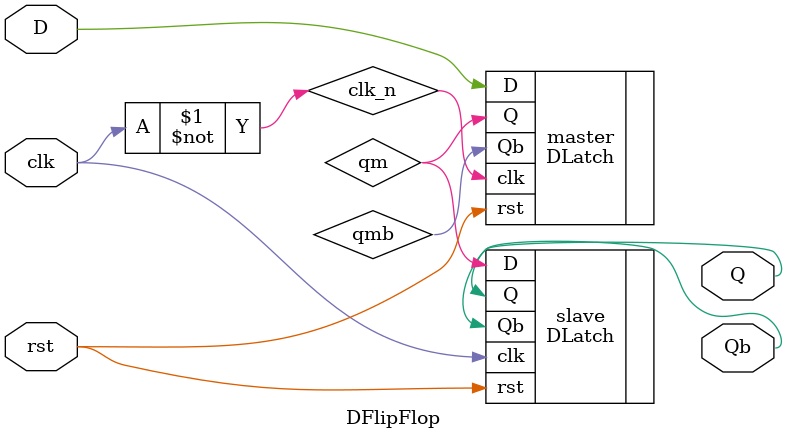
<source format=v>
`timescale 1ns/1ns
module DFlipFlop(input D, clk, rst, output Q, Qb);
    wire clk_n, qm, qmb;
    not #(6) not_clk(clk_n, clk);
    DLatch master(.D(D), .clk(clk_n), .rst(rst), .Q(qm), .Qb(qmb));
    DLatch slave (.D(qm), .clk(clk), .rst(rst), .Q(Q), .Qb(Qb));
endmodule

</source>
